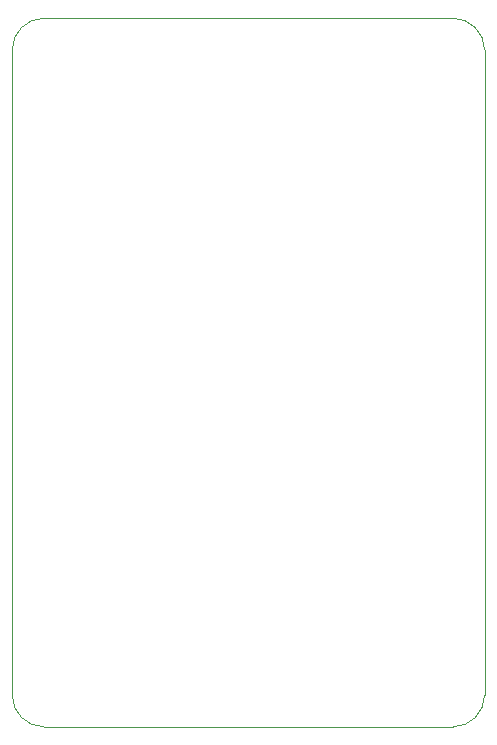
<source format=gbr>
G04 #@! TF.GenerationSoftware,KiCad,Pcbnew,8.0.9-8.0.9-0~ubuntu24.04.1*
G04 #@! TF.CreationDate,2025-04-11T12:42:37+02:00*
G04 #@! TF.ProjectId,Sensor_Nodes,53656e73-6f72-45f4-9e6f-6465732e6b69,rev?*
G04 #@! TF.SameCoordinates,Original*
G04 #@! TF.FileFunction,Profile,NP*
%FSLAX46Y46*%
G04 Gerber Fmt 4.6, Leading zero omitted, Abs format (unit mm)*
G04 Created by KiCad (PCBNEW 8.0.9-8.0.9-0~ubuntu24.04.1) date 2025-04-11 12:42:37*
%MOMM*%
%LPD*%
G01*
G04 APERTURE LIST*
G04 #@! TA.AperFunction,Profile*
%ADD10C,0.050000*%
G04 #@! TD*
G04 APERTURE END LIST*
D10*
X125190812Y-128881812D02*
G75*
G02*
X122490812Y-131581812I-2700012J12D01*
G01*
X122490000Y-71571000D02*
G75*
G02*
X125190000Y-74271000I0J-2700000D01*
G01*
X87889188Y-131571812D02*
X122490812Y-131581812D01*
X122490000Y-71571000D02*
X87889188Y-71570188D01*
X125190812Y-128881812D02*
X125190000Y-74271000D01*
X85189188Y-74270188D02*
G75*
G02*
X87889188Y-71570188I2700012J-12D01*
G01*
X85189188Y-74270188D02*
X85189188Y-128871812D01*
X87889188Y-131571812D02*
G75*
G02*
X85189188Y-128871812I12J2700012D01*
G01*
M02*

</source>
